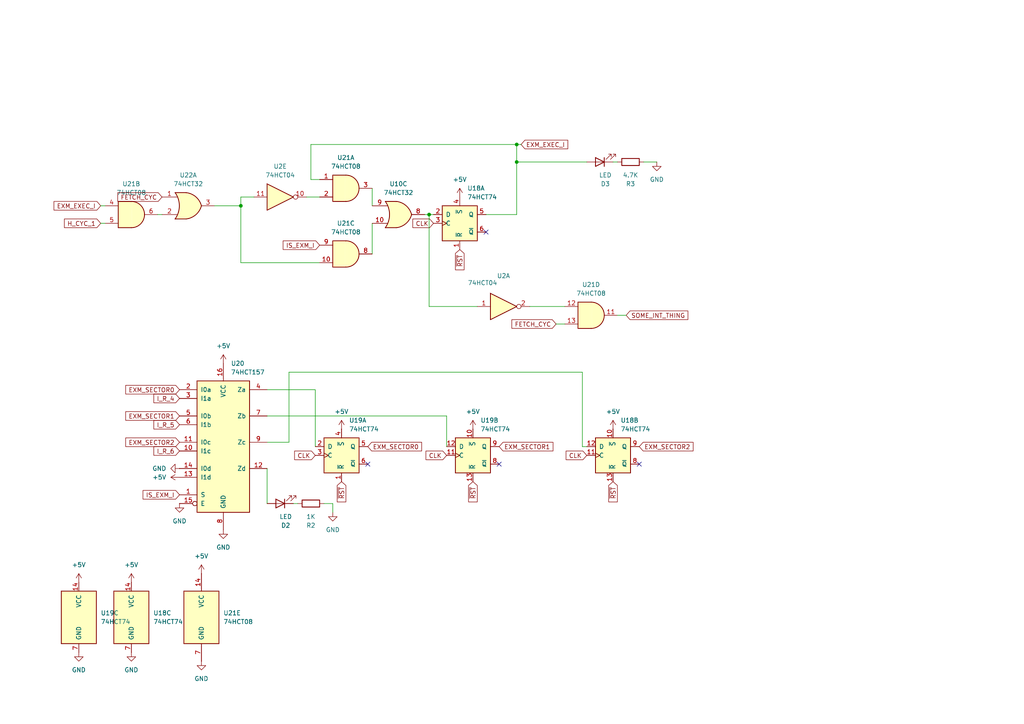
<source format=kicad_sch>
(kicad_sch (version 20250114) (generator "eeschema") (generator_version "9.0")
  (paper "A4")
  (lib_symbols
    (symbol "74xx:74HC04"
      (property "Reference" "U" (at 0 1.27 0))
      (property "Value" "74HC04" (at 0 -1.27 0))
      (symbol "74HC04_1_0"
        (polyline (pts (xy -3.81 3.81) (xy -3.81 -3.81) (xy 3.81 0) (xy -3.81 3.81)) (stroke (width 0.254)) (fill (type background)))
        (pin input line (at -7.62 0 0) (length 3.81) (name "~") (number "1"))
        (pin output inverted (at 7.62 0 180) (length 3.81) (name "~") (number "2"))
      )
      (symbol "74HC04_2_0"
        (polyline (pts (xy -3.81 3.81) (xy -3.81 -3.81) (xy 3.81 0) (xy -3.81 3.81)) (stroke (width 0.254)) (fill (type background)))
        (pin input line (at -7.62 0 0) (length 3.81) (name "~") (number "3"))
        (pin output inverted (at 7.62 0 180) (length 3.81) (name "~") (number "4"))
      )
      (symbol "74HC04_3_0"
        (polyline (pts (xy -3.81 3.81) (xy -3.81 -3.81) (xy 3.81 0) (xy -3.81 3.81)) (stroke (width 0.254)) (fill (type background)))
        (pin input line (at -7.62 0 0) (length 3.81) (name "~") (number "5"))
        (pin output inverted (at 7.62 0 180) (length 3.81) (name "~") (number "6"))
      )
      (symbol "74HC04_4_0"
        (polyline (pts (xy -3.81 3.81) (xy -3.81 -3.81) (xy 3.81 0) (xy -3.81 3.81)) (stroke (width 0.254)) (fill (type background)))
        (pin input line (at -7.62 0 0) (length 3.81) (name "~") (number "9"))
        (pin output inverted (at 7.62 0 180) (length 3.81) (name "~") (number "8"))
      )
      (symbol "74HC04_5_0"
        (polyline (pts (xy -3.81 3.81) (xy -3.81 -3.81) (xy 3.81 0) (xy -3.81 3.81)) (stroke (width 0.254)) (fill (type background)))
        (pin input line (at -7.62 0 0) (length 3.81) (name "~") (number "11"))
        (pin output inverted (at 7.62 0 180) (length 3.81) (name "~") (number "10"))
      )
      (symbol "74HC04_6_0"
        (polyline (pts (xy -3.81 3.81) (xy -3.81 -3.81) (xy 3.81 0) (xy -3.81 3.81)) (stroke (width 0.254)) (fill (type background)))
        (pin input line (at -7.62 0 0) (length 3.81) (name "~") (number "13"))
        (pin output inverted (at 7.62 0 180) (length 3.81) (name "~") (number "12"))
      )
      (symbol "74HC04_7_0"
        (pin power_in line (at 0 12.7 270) (length 5.08) (name "VCC") (number "14"))
        (pin power_in line (at 0 -12.7 90) (length 5.08) (name "GND") (number "7"))
      )
      (symbol "74HC04_7_1"
        (rectangle (start -5.08 7.62) (end 5.08 -7.62) (stroke (width 0.254)) (fill (type background)))
      )
    )
    (symbol "74xx:74HC74" (pin_names (offset 1.016))
      (property "Reference" "U" (at -7.62 8.89 0))
      (property "Value" "74HC74" (at -7.62 -8.89 0))
      (symbol "74HC74_1_0"
        (pin input line (at -7.62 2.54 0) (length 2.54) (name "D") (number "2"))
        (pin input clock (at -7.62 0 0) (length 2.54) (name "C") (number "3"))
        (pin input line (at 0 7.62 270) (length 2.54) (name "~{S}") (number "4"))
        (pin input line (at 0 -7.62 90) (length 2.54) (name "~{R}") (number "1"))
        (pin output line (at 7.62 2.54 180) (length 2.54) (name "Q") (number "5"))
        (pin output line (at 7.62 -2.54 180) (length 2.54) (name "~{Q}") (number "6"))
      )
      (symbol "74HC74_1_1"
        (rectangle (start -5.08 5.08) (end 5.08 -5.08) (stroke (width 0.254)) (fill (type background)))
      )
      (symbol "74HC74_2_0"
        (pin input line (at -7.62 2.54 0) (length 2.54) (name "D") (number "12"))
        (pin input clock (at -7.62 0 0) (length 2.54) (name "C") (number "11"))
        (pin input line (at 0 7.62 270) (length 2.54) (name "~{S}") (number "10"))
        (pin input line (at 0 -7.62 90) (length 2.54) (name "~{R}") (number "13"))
        (pin output line (at 7.62 2.54 180) (length 2.54) (name "Q") (number "9"))
        (pin output line (at 7.62 -2.54 180) (length 2.54) (name "~{Q}") (number "8"))
      )
      (symbol "74HC74_2_1"
        (rectangle (start -5.08 5.08) (end 5.08 -5.08) (stroke (width 0.254)) (fill (type background)))
      )
      (symbol "74HC74_3_0"
        (pin power_in line (at 0 10.16 270) (length 2.54) (name "VCC") (number "14"))
        (pin power_in line (at 0 -10.16 90) (length 2.54) (name "GND") (number "7"))
      )
      (symbol "74HC74_3_1"
        (rectangle (start -5.08 7.62) (end 5.08 -7.62) (stroke (width 0.254)) (fill (type background)))
      )
    )
    (symbol "74xx:74LS08" (pin_names (offset 1.016))
      (property "Reference" "U" (at 0 1.27 0))
      (property "Value" "74LS08" (at 0 -1.27 0))
      (symbol "74LS08_1_1"
        (arc (start 0 3.81) (mid 3.7934 0) (end 0 -3.81) (stroke (width 0.254)) (fill (type background)))
        (polyline (pts (xy 0 3.81) (xy -3.81 3.81) (xy -3.81 -3.81) (xy 0 -3.81)) (stroke (width 0.254)) (fill (type background)))
        (pin input line (at -7.62 2.54 0) (length 3.81) (name "~") (number "1"))
        (pin input line (at -7.62 -2.54 0) (length 3.81) (name "~") (number "2"))
        (pin output line (at 7.62 0 180) (length 3.81) (name "~") (number "3"))
      )
      (symbol "74LS08_1_2"
        (arc (start -3.81 3.81) (mid -2.589 0) (end -3.81 -3.81) (stroke (width 0.254)))
        (polyline (pts (xy -3.81 3.81) (xy -0.635 3.81)) (stroke (width 0.254)) (fill (type background)))
        (polyline (pts (xy -3.81 -3.81) (xy -0.635 -3.81)) (stroke (width 0.254)) (fill (type background)))
        (arc (start 3.81 0) (mid 2.1855 -2.584) (end -0.6096 -3.81) (stroke (width 0.254)) (fill (type background)))
        (arc (start -0.6096 3.81) (mid 2.1928 2.5924) (end 3.81 0) (stroke (width 0.254)) (fill (type background)))
        (polyline (pts (xy -0.635 3.81) (xy -3.81 3.81) (xy -3.81 3.81) (xy -3.556 3.4036) (xy -3.0226 2.2606) (xy -2.6924 1.0414) (xy -2.6162 -0.254) (xy -2.7686 -1.4986) (xy -3.175 -2.7178) (xy -3.81 -3.81) (xy -3.81 -3.81) (xy -0.635 -3.81)) (stroke (width -25.4)) (fill (type background)))
        (pin input inverted (at -7.62 2.54 0) (length 4.318) (name "~") (number "1"))
        (pin input inverted (at -7.62 -2.54 0) (length 4.318) (name "~") (number "2"))
        (pin output inverted (at 7.62 0 180) (length 3.81) (name "~") (number "3"))
      )
      (symbol "74LS08_2_1"
        (arc (start 0 3.81) (mid 3.7934 0) (end 0 -3.81) (stroke (width 0.254)) (fill (type background)))
        (polyline (pts (xy 0 3.81) (xy -3.81 3.81) (xy -3.81 -3.81) (xy 0 -3.81)) (stroke (width 0.254)) (fill (type background)))
        (pin input line (at -7.62 2.54 0) (length 3.81) (name "~") (number "4"))
        (pin input line (at -7.62 -2.54 0) (length 3.81) (name "~") (number "5"))
        (pin output line (at 7.62 0 180) (length 3.81) (name "~") (number "6"))
      )
      (symbol "74LS08_2_2"
        (arc (start -3.81 3.81) (mid -2.589 0) (end -3.81 -3.81) (stroke (width 0.254)))
        (polyline (pts (xy -3.81 3.81) (xy -0.635 3.81)) (stroke (width 0.254)) (fill (type background)))
        (polyline (pts (xy -3.81 -3.81) (xy -0.635 -3.81)) (stroke (width 0.254)) (fill (type background)))
        (arc (start 3.81 0) (mid 2.1855 -2.584) (end -0.6096 -3.81) (stroke (width 0.254)) (fill (type background)))
        (arc (start -0.6096 3.81) (mid 2.1928 2.5924) (end 3.81 0) (stroke (width 0.254)) (fill (type background)))
        (polyline (pts (xy -0.635 3.81) (xy -3.81 3.81) (xy -3.81 3.81) (xy -3.556 3.4036) (xy -3.0226 2.2606) (xy -2.6924 1.0414) (xy -2.6162 -0.254) (xy -2.7686 -1.4986) (xy -3.175 -2.7178) (xy -3.81 -3.81) (xy -3.81 -3.81) (xy -0.635 -3.81)) (stroke (width -25.4)) (fill (type background)))
        (pin input inverted (at -7.62 2.54 0) (length 4.318) (name "~") (number "4"))
        (pin input inverted (at -7.62 -2.54 0) (length 4.318) (name "~") (number "5"))
        (pin output inverted (at 7.62 0 180) (length 3.81) (name "~") (number "6"))
      )
      (symbol "74LS08_3_1"
        (arc (start 0 3.81) (mid 3.7934 0) (end 0 -3.81) (stroke (width 0.254)) (fill (type background)))
        (polyline (pts (xy 0 3.81) (xy -3.81 3.81) (xy -3.81 -3.81) (xy 0 -3.81)) (stroke (width 0.254)) (fill (type background)))
        (pin input line (at -7.62 2.54 0) (length 3.81) (name "~") (number "9"))
        (pin input line (at -7.62 -2.54 0) (length 3.81) (name "~") (number "10"))
        (pin output line (at 7.62 0 180) (length 3.81) (name "~") (number "8"))
      )
      (symbol "74LS08_3_2"
        (arc (start -3.81 3.81) (mid -2.589 0) (end -3.81 -3.81) (stroke (width 0.254)))
        (polyline (pts (xy -3.81 3.81) (xy -0.635 3.81)) (stroke (width 0.254)) (fill (type background)))
        (polyline (pts (xy -3.81 -3.81) (xy -0.635 -3.81)) (stroke (width 0.254)) (fill (type background)))
        (arc (start 3.81 0) (mid 2.1855 -2.584) (end -0.6096 -3.81) (stroke (width 0.254)) (fill (type background)))
        (arc (start -0.6096 3.81) (mid 2.1928 2.5924) (end 3.81 0) (stroke (width 0.254)) (fill (type background)))
        (polyline (pts (xy -0.635 3.81) (xy -3.81 3.81) (xy -3.81 3.81) (xy -3.556 3.4036) (xy -3.0226 2.2606) (xy -2.6924 1.0414) (xy -2.6162 -0.254) (xy -2.7686 -1.4986) (xy -3.175 -2.7178) (xy -3.81 -3.81) (xy -3.81 -3.81) (xy -0.635 -3.81)) (stroke (width -25.4)) (fill (type background)))
        (pin input inverted (at -7.62 2.54 0) (length 4.318) (name "~") (number "9"))
        (pin input inverted (at -7.62 -2.54 0) (length 4.318) (name "~") (number "10"))
        (pin output inverted (at 7.62 0 180) (length 3.81) (name "~") (number "8"))
      )
      (symbol "74LS08_4_1"
        (arc (start 0 3.81) (mid 3.7934 0) (end 0 -3.81) (stroke (width 0.254)) (fill (type background)))
        (polyline (pts (xy 0 3.81) (xy -3.81 3.81) (xy -3.81 -3.81) (xy 0 -3.81)) (stroke (width 0.254)) (fill (type background)))
        (pin input line (at -7.62 2.54 0) (length 3.81) (name "~") (number "12"))
        (pin input line (at -7.62 -2.54 0) (length 3.81) (name "~") (number "13"))
        (pin output line (at 7.62 0 180) (length 3.81) (name "~") (number "11"))
      )
      (symbol "74LS08_4_2"
        (arc (start -3.81 3.81) (mid -2.589 0) (end -3.81 -3.81) (stroke (width 0.254)))
        (polyline (pts (xy -3.81 3.81) (xy -0.635 3.81)) (stroke (width 0.254)) (fill (type background)))
        (polyline (pts (xy -3.81 -3.81) (xy -0.635 -3.81)) (stroke (width 0.254)) (fill (type background)))
        (arc (start 3.81 0) (mid 2.1855 -2.584) (end -0.6096 -3.81) (stroke (width 0.254)) (fill (type background)))
        (arc (start -0.6096 3.81) (mid 2.1928 2.5924) (end 3.81 0) (stroke (width 0.254)) (fill (type background)))
        (polyline (pts (xy -0.635 3.81) (xy -3.81 3.81) (xy -3.81 3.81) (xy -3.556 3.4036) (xy -3.0226 2.2606) (xy -2.6924 1.0414) (xy -2.6162 -0.254) (xy -2.7686 -1.4986) (xy -3.175 -2.7178) (xy -3.81 -3.81) (xy -3.81 -3.81) (xy -0.635 -3.81)) (stroke (width -25.4)) (fill (type background)))
        (pin input inverted (at -7.62 2.54 0) (length 4.318) (name "~") (number "12"))
        (pin input inverted (at -7.62 -2.54 0) (length 4.318) (name "~") (number "13"))
        (pin output inverted (at 7.62 0 180) (length 3.81) (name "~") (number "11"))
      )
      (symbol "74LS08_5_0"
        (pin power_in line (at 0 12.7 270) (length 5.08) (name "VCC") (number "14"))
        (pin power_in line (at 0 -12.7 90) (length 5.08) (name "GND") (number "7"))
      )
      (symbol "74LS08_5_1"
        (rectangle (start -5.08 7.62) (end 5.08 -7.62) (stroke (width 0.254)) (fill (type background)))
      )
    )
    (symbol "74xx:74LS157" (pin_names (offset 1.016))
      (property "Reference" "U" (at -7.62 19.05 0))
      (property "Value" "74LS157" (at -7.62 -21.59 0))
      (symbol "74LS157_1_0"
        (pin input line (at -12.7 15.24 0) (length 5.08) (name "I0a") (number "2"))
        (pin input line (at -12.7 12.7 0) (length 5.08) (name "I1a") (number "3"))
        (pin input line (at -12.7 7.62 0) (length 5.08) (name "I0b") (number "5"))
        (pin input line (at -12.7 5.08 0) (length 5.08) (name "I1b") (number "6"))
        (pin input line (at -12.7 0 0) (length 5.08) (name "I0c") (number "11"))
        (pin input line (at -12.7 -2.54 0) (length 5.08) (name "I1c") (number "10"))
        (pin input line (at -12.7 -7.62 0) (length 5.08) (name "I0d") (number "14"))
        (pin input line (at -12.7 -10.16 0) (length 5.08) (name "I1d") (number "13"))
        (pin input line (at -12.7 -15.24 0) (length 5.08) (name "S") (number "1"))
        (pin input inverted (at -12.7 -17.78 0) (length 5.08) (name "E") (number "15"))
        (pin power_in line (at 0 22.86 270) (length 5.08) (name "VCC") (number "16"))
        (pin power_in line (at 0 -25.4 90) (length 5.08) (name "GND") (number "8"))
        (pin output line (at 12.7 15.24 180) (length 5.08) (name "Za") (number "4"))
        (pin output line (at 12.7 7.62 180) (length 5.08) (name "Zb") (number "7"))
        (pin output line (at 12.7 0 180) (length 5.08) (name "Zc") (number "9"))
        (pin output line (at 12.7 -7.62 180) (length 5.08) (name "Zd") (number "12"))
      )
      (symbol "74LS157_1_1"
        (rectangle (start -7.62 17.78) (end 7.62 -20.32) (stroke (width 0.254)) (fill (type background)))
      )
    )
    (symbol "74xx:74LS32" (pin_names (offset 1.016))
      (property "Reference" "U" (at 0 1.27 0))
      (property "Value" "74LS32" (at 0 -1.27 0))
      (symbol "74LS32_1_1"
        (arc (start -3.81 3.81) (mid -2.589 0) (end -3.81 -3.81) (stroke (width 0.254)))
        (polyline (pts (xy -3.81 3.81) (xy -0.635 3.81)) (stroke (width 0.254)) (fill (type background)))
        (polyline (pts (xy -3.81 -3.81) (xy -0.635 -3.81)) (stroke (width 0.254)) (fill (type background)))
        (arc (start 3.81 0) (mid 2.1855 -2.584) (end -0.6096 -3.81) (stroke (width 0.254)) (fill (type background)))
        (arc (start -0.6096 3.81) (mid 2.1928 2.5924) (end 3.81 0) (stroke (width 0.254)) (fill (type background)))
        (polyline (pts (xy -0.635 3.81) (xy -3.81 3.81) (xy -3.81 3.81) (xy -3.556 3.4036) (xy -3.0226 2.2606) (xy -2.6924 1.0414) (xy -2.6162 -0.254) (xy -2.7686 -1.4986) (xy -3.175 -2.7178) (xy -3.81 -3.81) (xy -3.81 -3.81) (xy -0.635 -3.81)) (stroke (width -25.4)) (fill (type background)))
        (pin input line (at -7.62 2.54 0) (length 4.318) (name "~") (number "1"))
        (pin input line (at -7.62 -2.54 0) (length 4.318) (name "~") (number "2"))
        (pin output line (at 7.62 0 180) (length 3.81) (name "~") (number "3"))
      )
      (symbol "74LS32_1_2"
        (arc (start 0 3.81) (mid 3.7934 0) (end 0 -3.81) (stroke (width 0.254)) (fill (type background)))
        (polyline (pts (xy 0 3.81) (xy -3.81 3.81) (xy -3.81 -3.81) (xy 0 -3.81)) (stroke (width 0.254)) (fill (type background)))
        (pin input inverted (at -7.62 2.54 0) (length 3.81) (name "~") (number "1"))
        (pin input inverted (at -7.62 -2.54 0) (length 3.81) (name "~") (number "2"))
        (pin output inverted (at 7.62 0 180) (length 3.81) (name "~") (number "3"))
      )
      (symbol "74LS32_2_1"
        (arc (start -3.81 3.81) (mid -2.589 0) (end -3.81 -3.81) (stroke (width 0.254)))
        (polyline (pts (xy -3.81 3.81) (xy -0.635 3.81)) (stroke (width 0.254)) (fill (type background)))
        (polyline (pts (xy -3.81 -3.81) (xy -0.635 -3.81)) (stroke (width 0.254)) (fill (type background)))
        (arc (start 3.81 0) (mid 2.1855 -2.584) (end -0.6096 -3.81) (stroke (width 0.254)) (fill (type background)))
        (arc (start -0.6096 3.81) (mid 2.1928 2.5924) (end 3.81 0) (stroke (width 0.254)) (fill (type background)))
        (polyline (pts (xy -0.635 3.81) (xy -3.81 3.81) (xy -3.81 3.81) (xy -3.556 3.4036) (xy -3.0226 2.2606) (xy -2.6924 1.0414) (xy -2.6162 -0.254) (xy -2.7686 -1.4986) (xy -3.175 -2.7178) (xy -3.81 -3.81) (xy -3.81 -3.81) (xy -0.635 -3.81)) (stroke (width -25.4)) (fill (type background)))
        (pin input line (at -7.62 2.54 0) (length 4.318) (name "~") (number "4"))
        (pin input line (at -7.62 -2.54 0) (length 4.318) (name "~") (number "5"))
        (pin output line (at 7.62 0 180) (length 3.81) (name "~") (number "6"))
      )
      (symbol "74LS32_2_2"
        (arc (start 0 3.81) (mid 3.7934 0) (end 0 -3.81) (stroke (width 0.254)) (fill (type background)))
        (polyline (pts (xy 0 3.81) (xy -3.81 3.81) (xy -3.81 -3.81) (xy 0 -3.81)) (stroke (width 0.254)) (fill (type background)))
        (pin input inverted (at -7.62 2.54 0) (length 3.81) (name "~") (number "4"))
        (pin input inverted (at -7.62 -2.54 0) (length 3.81) (name "~") (number "5"))
        (pin output inverted (at 7.62 0 180) (length 3.81) (name "~") (number "6"))
      )
      (symbol "74LS32_3_1"
        (arc (start -3.81 3.81) (mid -2.589 0) (end -3.81 -3.81) (stroke (width 0.254)))
        (polyline (pts (xy -3.81 3.81) (xy -0.635 3.81)) (stroke (width 0.254)) (fill (type background)))
        (polyline (pts (xy -3.81 -3.81) (xy -0.635 -3.81)) (stroke (width 0.254)) (fill (type background)))
        (arc (start 3.81 0) (mid 2.1855 -2.584) (end -0.6096 -3.81) (stroke (width 0.254)) (fill (type background)))
        (arc (start -0.6096 3.81) (mid 2.1928 2.5924) (end 3.81 0) (stroke (width 0.254)) (fill (type background)))
        (polyline (pts (xy -0.635 3.81) (xy -3.81 3.81) (xy -3.81 3.81) (xy -3.556 3.4036) (xy -3.0226 2.2606) (xy -2.6924 1.0414) (xy -2.6162 -0.254) (xy -2.7686 -1.4986) (xy -3.175 -2.7178) (xy -3.81 -3.81) (xy -3.81 -3.81) (xy -0.635 -3.81)) (stroke (width -25.4)) (fill (type background)))
        (pin input line (at -7.62 2.54 0) (length 4.318) (name "~") (number "9"))
        (pin input line (at -7.62 -2.54 0) (length 4.318) (name "~") (number "10"))
        (pin output line (at 7.62 0 180) (length 3.81) (name "~") (number "8"))
      )
      (symbol "74LS32_3_2"
        (arc (start 0 3.81) (mid 3.7934 0) (end 0 -3.81) (stroke (width 0.254)) (fill (type background)))
        (polyline (pts (xy 0 3.81) (xy -3.81 3.81) (xy -3.81 -3.81) (xy 0 -3.81)) (stroke (width 0.254)) (fill (type background)))
        (pin input inverted (at -7.62 2.54 0) (length 3.81) (name "~") (number "9"))
        (pin input inverted (at -7.62 -2.54 0) (length 3.81) (name "~") (number "10"))
        (pin output inverted (at 7.62 0 180) (length 3.81) (name "~") (number "8"))
      )
      (symbol "74LS32_4_1"
        (arc (start -3.81 3.81) (mid -2.589 0) (end -3.81 -3.81) (stroke (width 0.254)))
        (polyline (pts (xy -3.81 3.81) (xy -0.635 3.81)) (stroke (width 0.254)) (fill (type background)))
        (polyline (pts (xy -3.81 -3.81) (xy -0.635 -3.81)) (stroke (width 0.254)) (fill (type background)))
        (arc (start 3.81 0) (mid 2.1855 -2.584) (end -0.6096 -3.81) (stroke (width 0.254)) (fill (type background)))
        (arc (start -0.6096 3.81) (mid 2.1928 2.5924) (end 3.81 0) (stroke (width 0.254)) (fill (type background)))
        (polyline (pts (xy -0.635 3.81) (xy -3.81 3.81) (xy -3.81 3.81) (xy -3.556 3.4036) (xy -3.0226 2.2606) (xy -2.6924 1.0414) (xy -2.6162 -0.254) (xy -2.7686 -1.4986) (xy -3.175 -2.7178) (xy -3.81 -3.81) (xy -3.81 -3.81) (xy -0.635 -3.81)) (stroke (width -25.4)) (fill (type background)))
        (pin input line (at -7.62 2.54 0) (length 4.318) (name "~") (number "12"))
        (pin input line (at -7.62 -2.54 0) (length 4.318) (name "~") (number "13"))
        (pin output line (at 7.62 0 180) (length 3.81) (name "~") (number "11"))
      )
      (symbol "74LS32_4_2"
        (arc (start 0 3.81) (mid 3.7934 0) (end 0 -3.81) (stroke (width 0.254)) (fill (type background)))
        (polyline (pts (xy 0 3.81) (xy -3.81 3.81) (xy -3.81 -3.81) (xy 0 -3.81)) (stroke (width 0.254)) (fill (type background)))
        (pin input inverted (at -7.62 2.54 0) (length 3.81) (name "~") (number "12"))
        (pin input inverted (at -7.62 -2.54 0) (length 3.81) (name "~") (number "13"))
        (pin output inverted (at 7.62 0 180) (length 3.81) (name "~") (number "11"))
      )
      (symbol "74LS32_5_0"
        (pin power_in line (at 0 12.7 270) (length 5.08) (name "VCC") (number "14"))
        (pin power_in line (at 0 -12.7 90) (length 5.08) (name "GND") (number "7"))
      )
      (symbol "74LS32_5_1"
        (rectangle (start -5.08 7.62) (end 5.08 -7.62) (stroke (width 0.254)) (fill (type background)))
      )
    )
    (symbol "Device:LED" (pin_numbers (hide yes)) (pin_names (offset 1.016) (hide yes))
      (property "Reference" "D" (at 0 2.54 0))
      (property "Value" "LED" (at 0 -2.54 0))
      (symbol "LED_0_1"
        (polyline (pts (xy -3.048 -0.762) (xy -4.572 -2.286) (xy -3.81 -2.286) (xy -4.572 -2.286) (xy -4.572 -1.524)))
        (polyline (pts (xy -1.778 -0.762) (xy -3.302 -2.286) (xy -2.54 -2.286) (xy -3.302 -2.286) (xy -3.302 -1.524)))
        (polyline (pts (xy -1.27 0) (xy 1.27 0)))
        (polyline (pts (xy -1.27 -1.27) (xy -1.27 1.27)) (stroke (width 0.254)))
        (polyline (pts (xy 1.27 -1.27) (xy 1.27 1.27) (xy -1.27 0) (xy 1.27 -1.27)) (stroke (width 0.254)))
      )
      (symbol "LED_1_1"
        (pin passive line (at -3.81 0 0) (length 2.54) (name "K") (number "1"))
        (pin passive line (at 3.81 0 180) (length 2.54) (name "A") (number "2"))
      )
    )
    (symbol "Device:R" (pin_numbers (hide yes)) (pin_names (offset 0))
      (property "Reference" "R" (at 2.032 0 90))
      (property "Value" "R" (at 0 0 90))
      (symbol "R_0_1"
        (rectangle (start -1.016 -2.54) (end 1.016 2.54) (stroke (width 0.254)))
      )
      (symbol "R_1_1"
        (pin passive line (at 0 3.81 270) (length 1.27) (name "~") (number "1"))
        (pin passive line (at 0 -3.81 90) (length 1.27) (name "~") (number "2"))
      )
    )
    (symbol "power:+5V" (power) (pin_numbers (hide yes)) (pin_names (offset 0) (hide yes))
      (property "Value" "+5V" (at 0 3.556 0))
      (symbol "+5V_0_1"
        (polyline (pts (xy -0.762 1.27) (xy 0 2.54)))
        (polyline (pts (xy 0 2.54) (xy 0.762 1.27)))
        (polyline (pts (xy 0 0) (xy 0 2.54)))
      )
      (symbol "+5V_1_1"
        (pin power_in line (at 0 0 90) (length 0) (name "~") (number "1"))
      )
    )
    (symbol "power:GND" (power) (pin_numbers (hide yes)) (pin_names (offset 0) (hide yes))
      (property "Value" "GND" (at 0 -3.81 0))
      (symbol "GND_0_1"
        (polyline (pts (xy 0 0) (xy 0 -1.27) (xy 1.27 -1.27) (xy 0 -2.54) (xy -1.27 -1.27) (xy 0 -1.27)))
      )
      (symbol "GND_1_1"
        (pin power_in line (at 0 0 270) (length 0) (name "~") (number "1"))
      )
    )
  )
  (junction (at 149.86 41.91))
  (junction (at 149.86 46.99))
  (junction (at 124.46 62.23))
  (junction (at 69.85 59.69))
  (no_connect (at 185.42 134.62))
  (no_connect (at 106.68 134.62))
  (no_connect (at 144.78 134.62))
  (no_connect (at 140.97 67.31))
  (wire (pts (xy 88.9 57.15) (xy 92.71 57.15)))
  (wire (pts (xy 83.82 107.95) (xy 168.91 107.95)))
  (wire (pts (xy 90.17 52.07) (xy 92.71 52.07)))
  (wire (pts (xy 107.95 64.77) (xy 107.95 73.66)))
  (wire (pts (xy 29.21 59.69) (xy 30.48 59.69)))
  (wire (pts (xy 69.85 57.15) (xy 69.85 59.69)))
  (wire (pts (xy 83.82 128.27) (xy 83.82 107.95)))
  (wire (pts (xy 73.66 57.15) (xy 69.85 57.15)))
  (wire (pts (xy 129.54 120.65) (xy 129.54 129.54)))
  (wire (pts (xy 149.86 41.91) (xy 90.17 41.91)))
  (wire (pts (xy 91.44 113.03) (xy 91.44 129.54)))
  (wire (pts (xy 149.86 46.99) (xy 149.86 41.91)))
  (wire (pts (xy 161.29 93.98) (xy 163.83 93.98)))
  (wire (pts (xy 77.47 135.89) (xy 77.47 146.05)))
  (wire (pts (xy 124.46 62.23) (xy 125.73 62.23)))
  (wire (pts (xy 77.47 113.03) (xy 91.44 113.03)))
  (wire (pts (xy 138.43 88.9) (xy 124.46 88.9)))
  (wire (pts (xy 62.23 59.69) (xy 69.85 59.69)))
  (wire (pts (xy 153.67 88.9) (xy 163.83 88.9)))
  (wire (pts (xy 123.19 62.23) (xy 124.46 62.23)))
  (wire (pts (xy 149.86 62.23) (xy 149.86 46.99)))
  (wire (pts (xy 186.69 46.99) (xy 190.5 46.99)))
  (wire (pts (xy 90.17 41.91) (xy 90.17 52.07)))
  (wire (pts (xy 86.36 146.05) (xy 85.09 146.05)))
  (wire (pts (xy 77.47 120.65) (xy 129.54 120.65)))
  (wire (pts (xy 29.21 64.77) (xy 30.48 64.77)))
  (wire (pts (xy 179.07 46.99) (xy 177.8 46.99)))
  (wire (pts (xy 45.72 62.23) (xy 46.99 62.23)))
  (wire (pts (xy 69.85 76.2) (xy 92.71 76.2)))
  (wire (pts (xy 77.47 128.27) (xy 83.82 128.27)))
  (wire (pts (xy 149.86 41.91) (xy 151.13 41.91)))
  (wire (pts (xy 96.52 146.05) (xy 96.52 148.59)))
  (wire (pts (xy 149.86 46.99) (xy 170.18 46.99)))
  (wire (pts (xy 93.98 146.05) (xy 96.52 146.05)))
  (wire (pts (xy 107.95 54.61) (xy 107.95 59.69)))
  (wire (pts (xy 179.07 91.44) (xy 181.61 91.44)))
  (wire (pts (xy 69.85 59.69) (xy 69.85 76.2)))
  (wire (pts (xy 168.91 129.54) (xy 170.18 129.54)))
  (wire (pts (xy 124.46 88.9) (xy 124.46 62.23)))
  (wire (pts (xy 140.97 62.23) (xy 149.86 62.23)))
  (wire (pts (xy 168.91 107.95) (xy 168.91 129.54)))
  (global_label "~{RST}" (shape input) (at 177.8 139.7 270) (property "Intersheetrefs" "${INTERSHEET_REFS}" (effects (hide yes))))
  (global_label "I_R_4" (shape input) (at 52.07 115.57 180) (property "Intersheetrefs" "${INTERSHEET_REFS}" (effects (hide yes))))
  (global_label "EXM_SECTOR1" (shape input) (at 144.78 129.54 0) (property "Intersheetrefs" "${INTERSHEET_REFS}" (effects (hide yes))))
  (global_label "EXM_SECTOR0" (shape input) (at 52.07 113.03 180) (property "Intersheetrefs" "${INTERSHEET_REFS}" (effects (hide yes))))
  (global_label "IS_EXM_I" (shape input) (at 52.07 143.51 180) (property "Intersheetrefs" "${INTERSHEET_REFS}" (effects (hide yes))))
  (global_label "~{RST}" (shape input) (at 133.35 72.39 270) (property "Intersheetrefs" "${INTERSHEET_REFS}" (effects (hide yes))))
  (global_label "CLK" (shape input) (at 125.73 64.77 180) (property "Intersheetrefs" "${INTERSHEET_REFS}" (effects (hide yes))))
  (global_label "~{RST}" (shape input) (at 99.06 139.7 270) (property "Intersheetrefs" "${INTERSHEET_REFS}" (effects (hide yes))))
  (global_label "EXM_EXEC_I" (shape input) (at 151.13 41.91 0) (property "Intersheetrefs" "${INTERSHEET_REFS}" (effects (hide yes))))
  (global_label "IS_EXM_I" (shape input) (at 92.71 71.12 180) (property "Intersheetrefs" "${INTERSHEET_REFS}" (effects (hide yes))))
  (global_label "EXM_SECTOR1" (shape input) (at 52.07 120.65 180) (property "Intersheetrefs" "${INTERSHEET_REFS}" (effects (hide yes))))
  (global_label "EXM_SECTOR2" (shape input) (at 52.07 128.27 180) (property "Intersheetrefs" "${INTERSHEET_REFS}" (effects (hide yes))))
  (global_label "CLK" (shape input) (at 129.54 132.08 180) (property "Intersheetrefs" "${INTERSHEET_REFS}" (effects (hide yes))))
  (global_label "CLK" (shape input) (at 91.44 132.08 180) (property "Intersheetrefs" "${INTERSHEET_REFS}" (effects (hide yes))))
  (global_label "EXM_EXEC_I" (shape input) (at 29.21 59.69 180) (property "Intersheetrefs" "${INTERSHEET_REFS}" (effects (hide yes))))
  (global_label "SOME_INT_THING" (shape input) (at 181.61 91.44 0) (property "Intersheetrefs" "${INTERSHEET_REFS}" (effects (hide yes))))
  (global_label "H_CYC_1" (shape input) (at 29.21 64.77 180) (property "Intersheetrefs" "${INTERSHEET_REFS}" (effects (hide yes))))
  (global_label "FETCH_CYC" (shape input) (at 46.99 57.15 180) (property "Intersheetrefs" "${INTERSHEET_REFS}" (effects (hide yes))))
  (global_label "~{RST}" (shape input) (at 137.16 139.7 270) (property "Intersheetrefs" "${INTERSHEET_REFS}" (effects (hide yes))))
  (global_label "EXM_SECTOR2" (shape input) (at 185.42 129.54 0) (property "Intersheetrefs" "${INTERSHEET_REFS}" (effects (hide yes))))
  (global_label "FETCH_CYC" (shape input) (at 161.29 93.98 180) (property "Intersheetrefs" "${INTERSHEET_REFS}" (effects (hide yes))))
  (global_label "I_R_6" (shape input) (at 52.07 130.81 180) (property "Intersheetrefs" "${INTERSHEET_REFS}" (effects (hide yes))))
  (global_label "I_R_5" (shape input) (at 52.07 123.19 180) (property "Intersheetrefs" "${INTERSHEET_REFS}" (effects (hide yes))))
  (global_label "EXM_SECTOR0" (shape input) (at 106.68 129.54 0) (property "Intersheetrefs" "${INTERSHEET_REFS}" (effects (hide yes))))
  (global_label "CLK" (shape input) (at 170.18 132.08 180) (property "Intersheetrefs" "${INTERSHEET_REFS}" (effects (hide yes))))
  (symbol (lib_id "74xx:74HC74") (at 177.8 132.08 0) (unit 2)
    (property "Reference" "U18" (at 179.9941 121.92 0) (effects (justify left)))
    (property "Value" "74HCT74" (at 179.9941 124.46 0) (effects (justify left)))
    (property "Footprint" "Package_SO:SO-14_3.9x8.65mm_P1.27mm" (effects (hide yes)))
    (property "Datasheet" "74xx/74hc_hct74.pdf" (effects (hide yes)))
    (property "Description" "Dual D Flip-flop, Set & Reset" (effects (hide yes)))
    (property "VerilogCode" "ttl_74hc74 U18(D_2, C_3, nS_4, nR_1, Q_5, nQ_6, D_12, C_11, nS_10, nR_13, Q_9, nQ_8);" (effects (hide yes)))
  )
  (symbol (lib_id "74xx:74HC74") (at 22.86 179.07 0) (unit 3)
    (property "Reference" "U19" (at 29.21 177.7999 0) (effects (justify left)))
    (property "Value" "74HCT74" (at 29.21 180.3399 0) (effects (justify left)))
    (property "Footprint" "Package_SO:SO-14_3.9x8.65mm_P1.27mm" (effects (hide yes)))
    (property "Datasheet" "74xx/74hc_hct74.pdf" (effects (hide yes)))
    (property "Description" "Dual D Flip-flop, Set & Reset" (effects (hide yes)))
    (property "VerilogCode" "ttl_74hc74 U19(D_2, C_3, nS_4, nR_1, Q_5, nQ_6, D_12, C_11, nS_10, nR_13, Q_9, nQ_8);" (effects (hide yes)))
  )
  (symbol (lib_id "power:+5V") (at 64.77 105.41 0) (unit 1)
    (property "Reference" "#PWR070" (effects (hide yes)))
    (property "Value" "+5V" (at 64.77 100.33 0))
    (property "Description" "Power symbol creates a global label with name \"+5V\"" (effects (hide yes)))
  )
  (symbol (lib_id "74xx:74LS157") (at 64.77 128.27 0) (unit 1)
    (property "Reference" "U20" (at 66.9641 105.41 0) (effects (justify left)))
    (property "Value" "74HCT157" (at 66.9641 107.95 0) (effects (justify left)))
    (property "Footprint" "Package_SO:SO-16_3.9x9.9mm_P1.27mm" (effects (hide yes)))
    (property "Datasheet" "http://www.ti.com/lit/gpn/sn74LS157" (effects (hide yes)))
    (property "Description" "Quad 2 to 1 line Multiplexer" (effects (hide yes)))
    (property "VerilogCode" "ttl_74hct157 U20({I1d, I0d}, {I1c, I0c}, {I1b, I0b}, {I1a, I0a}, S, E, {Zd, Zc, Zb, Za});" (effects (hide yes)))
  )
  (symbol (lib_id "74xx:74HC74") (at 133.35 64.77 0) (unit 1)
    (property "Reference" "U18" (at 135.5441 54.61 0) (effects (justify left)))
    (property "Value" "74HCT74" (at 135.5441 57.15 0) (effects (justify left)))
    (property "Footprint" "Package_SO:SO-14_3.9x8.65mm_P1.27mm" (effects (hide yes)))
    (property "Datasheet" "74xx/74hc_hct74.pdf" (effects (hide yes)))
    (property "Description" "Dual D Flip-flop, Set & Reset" (effects (hide yes)))
    (property "VerilogCode" "ttl_74hc74 U18(D_2, C_3, nS_4, nR_1, Q_5, nQ_6, D_12, C_11, nS_10, nR_13, Q_9, nQ_8);" (effects (hide yes)))
  )
  (symbol (lib_id "power:GND") (at 190.5 46.99 0) (unit 1)
    (property "Reference" "#PWR079" (effects (hide yes)))
    (property "Value" "GND" (at 190.5 52.07 0))
    (property "Description" "Power symbol creates a global label with name \"GND\" , ground" (effects (hide yes)))
  )
  (symbol (lib_id "power:GND") (at 52.07 135.89 270) (unit 1)
    (property "Reference" "#PWR073" (effects (hide yes)))
    (property "Value" "GND" (at 48.26 135.8899 90) (effects (justify right)))
    (property "Description" "Power symbol creates a global label with name \"GND\" , ground" (effects (hide yes)))
  )
  (symbol (lib_id "power:+5V") (at 137.16 124.46 0) (unit 1)
    (property "Reference" "#PWR066" (effects (hide yes)))
    (property "Value" "+5V" (at 137.16 119.38 0))
    (property "Description" "Power symbol creates a global label with name \"+5V\"" (effects (hide yes)))
  )
  (symbol (lib_id "Device:R") (at 90.17 146.05 270) (unit 1)
    (property "Reference" "R2" (at 90.17 152.4 90))
    (property "Value" "1K" (at 90.17 149.86 90))
    (property "Footprint" "Resistor_SMD:R_1206_3216Metric_Pad1.30x1.75mm_HandSolder" (effects (hide yes)))
    (property "VerilogCode" "assign _1 = _2;" (effects (hide yes)))
  )
  (symbol (lib_id "power:+5V") (at 58.42 166.37 0) (unit 1)
    (property "Reference" "#PWR075" (effects (hide yes)))
    (property "Value" "+5V" (at 58.42 161.29 0))
    (property "Description" "Power symbol creates a global label with name \"+5V\"" (effects (hide yes)))
  )
  (symbol (lib_id "Device:LED") (at 81.28 146.05 180) (unit 1)
    (property "Reference" "D2" (at 82.8675 152.4 0))
    (property "Value" "LED" (at 82.8675 149.86 0))
    (property "Footprint" "LED_SMD:LED_1206_3216Metric_Pad1.42x1.75mm_HandSolder" (effects (hide yes)))
  )
  (symbol (lib_id "74xx:74HC74") (at 99.06 132.08 0) (unit 1)
    (property "Reference" "U19" (at 101.2541 121.92 0) (effects (justify left)))
    (property "Value" "74HCT74" (at 101.2541 124.46 0) (effects (justify left)))
    (property "Footprint" "Package_SO:SO-14_3.9x8.65mm_P1.27mm" (effects (hide yes)))
    (property "Datasheet" "74xx/74hc_hct74.pdf" (effects (hide yes)))
    (property "Description" "Dual D Flip-flop, Set & Reset" (effects (hide yes)))
    (property "VerilogCode" "ttl_74hc74 U19(D_2, C_3, nS_4, nR_1, Q_5, nQ_6, D_12, C_11, nS_10, nR_13, Q_9, nQ_8);" (effects (hide yes)))
  )
  (symbol (lib_id "power:+5V") (at 177.8 124.46 0) (unit 1)
    (property "Reference" "#PWR067" (effects (hide yes)))
    (property "Value" "+5V" (at 177.8 119.38 0))
    (property "Description" "Power symbol creates a global label with name \"+5V\"" (effects (hide yes)))
  )
  (symbol (lib_id "power:GND") (at 64.77 153.67 0) (unit 1)
    (property "Reference" "#PWR069" (effects (hide yes)))
    (property "Value" "GND" (at 64.77 158.75 0))
    (property "Description" "Power symbol creates a global label with name \"GND\" , ground" (effects (hide yes)))
  )
  (symbol (lib_id "74xx:74LS08") (at 171.45 91.44 0) (unit 4)
    (property "Reference" "U21" (at 171.4417 82.55 0))
    (property "Value" "74HCT08" (at 171.4417 85.09 0))
    (property "Footprint" "Package_SO:SO-14_3.9x8.65mm_P1.27mm" (effects (hide yes)))
    (property "Datasheet" "http://www.ti.com/lit/gpn/sn74LS08" (effects (hide yes)))
    (property "Description" "Quad And2" (effects (hide yes)))
    (property "VerilogCode" "ttl_74hct08 U21(_1, _2, _3, _4, _5, _6, _9, _10, _8, _12, _13, _11);" (effects (hide yes)))
  )
  (symbol (lib_id "74xx:74LS08") (at 38.1 62.23 0) (unit 2)
    (property "Reference" "U21" (at 38.0917 53.34 0))
    (property "Value" "74HCT08" (at 38.0917 55.88 0))
    (property "Footprint" "Package_SO:SO-14_3.9x8.65mm_P1.27mm" (effects (hide yes)))
    (property "Datasheet" "http://www.ti.com/lit/gpn/sn74LS08" (effects (hide yes)))
    (property "Description" "Quad And2" (effects (hide yes)))
    (property "VerilogCode" "ttl_74hct08 U21(_1, _2, _3, _4, _5, _6, _9, _10, _8, _12, _13, _11);" (effects (hide yes)))
  )
  (symbol (lib_id "power:+5V") (at 133.35 57.15 0) (unit 1)
    (property "Reference" "#PWR068" (effects (hide yes)))
    (property "Value" "+5V" (at 133.35 52.07 0))
    (property "Description" "Power symbol creates a global label with name \"+5V\"" (effects (hide yes)))
  )
  (symbol (lib_id "power:+5V") (at 99.06 124.46 0) (unit 1)
    (property "Reference" "#PWR065" (effects (hide yes)))
    (property "Value" "+5V" (at 99.06 119.38 0))
    (property "Description" "Power symbol creates a global label with name \"+5V\"" (effects (hide yes)))
  )
  (symbol (lib_id "74xx:74LS32") (at 54.61 59.69 0) (unit 1)
    (property "Reference" "U22" (at 54.61 50.8 0))
    (property "Value" "74HCT32" (at 54.61 53.34 0))
    (property "Footprint" "Package_SO:SO-14_3.9x8.65mm_P1.27mm" (effects (hide yes)))
    (property "Datasheet" "http://www.ti.com/lit/gpn/sn74LS32" (effects (hide yes)))
    (property "Description" "Quad 2-input OR" (effects (hide yes)))
    (property "VerilogCode" "ttl_74hct32 U22(_1, _2, _3, _4, _5, _6, _9, _10, _8, _12, _13, _11);" (effects (hide yes)))
  )
  (symbol (lib_id "power:GND") (at 52.07 146.05 0) (unit 1)
    (property "Reference" "#PWR071" (effects (hide yes)))
    (property "Value" "GND" (at 52.07 151.13 0))
    (property "Description" "Power symbol creates a global label with name \"GND\" , ground" (effects (hide yes)))
  )
  (symbol (lib_id "power:GND") (at 38.1 189.23 0) (unit 1)
    (property "Reference" "#PWR064" (effects (hide yes)))
    (property "Value" "GND" (at 38.1 194.31 0))
    (property "Description" "Power symbol creates a global label with name \"GND\" , ground" (effects (hide yes)))
  )
  (symbol (lib_id "Device:R") (at 182.88 46.99 270) (unit 1)
    (property "Reference" "R3" (at 182.88 53.34 90))
    (property "Value" "4.7K" (at 182.88 50.8 90))
    (property "Footprint" "Resistor_SMD:R_1206_3216Metric_Pad1.30x1.75mm_HandSolder" (effects (hide yes)))
    (property "VerilogCode" "assign _1 = _2;" (effects (hide yes)))
  )
  (symbol (lib_id "power:+5V") (at 38.1 168.91 0) (unit 1)
    (property "Reference" "#PWR063" (effects (hide yes)))
    (property "Value" "+5V" (at 38.1 163.83 0))
    (property "Description" "Power symbol creates a global label with name \"+5V\"" (effects (hide yes)))
  )
  (symbol (lib_id "74xx:74HC74") (at 137.16 132.08 0) (unit 2)
    (property "Reference" "U19" (at 139.3541 121.92 0) (effects (justify left)))
    (property "Value" "74HCT74" (at 139.3541 124.46 0) (effects (justify left)))
    (property "Footprint" "Package_SO:SO-14_3.9x8.65mm_P1.27mm" (effects (hide yes)))
    (property "Datasheet" "74xx/74hc_hct74.pdf" (effects (hide yes)))
    (property "Description" "Dual D Flip-flop, Set & Reset" (effects (hide yes)))
    (property "VerilogCode" "ttl_74hc74 U19(D_2, C_3, nS_4, nR_1, Q_5, nQ_6, D_12, C_11, nS_10, nR_13, Q_9, nQ_8);" (effects (hide yes)))
  )
  (symbol (lib_id "power:+5V") (at 52.07 138.43 90) (unit 1)
    (property "Reference" "#PWR072" (effects (hide yes)))
    (property "Value" "+5V" (at 48.26 138.4299 90) (effects (justify left)))
    (property "Description" "Power symbol creates a global label with name \"+5V\"" (effects (hide yes)))
  )
  (symbol (lib_id "74xx:74HC04") (at 81.28 57.15 0) (unit 5)
    (property "Reference" "U2" (at 81.28 48.26 0))
    (property "Value" "74HCT04" (at 81.28 50.8 0))
    (property "Footprint" "Package_SO:SO-14_3.9x8.65mm_P1.27mm" (effects (hide yes)))
    (property "Datasheet" "https://assets.nexperia.com/documents/data-sheet/74HC_HCT04.pdf" (effects (hide yes)))
    (property "Description" "Hex Inverter" (effects (hide yes)))
    (property "VerilogCode" "ttl_74hct04 U2({_1, _3, _5, _9, _11, _13}, {_2, _4, _6, _8, _10, _12});" (effects (hide yes)))
  )
  (symbol (lib_id "74xx:74LS08") (at 100.33 54.61 0) (unit 1)
    (property "Reference" "U21" (at 100.3217 45.72 0))
    (property "Value" "74HCT08" (at 100.3217 48.26 0))
    (property "Footprint" "Package_SO:SO-14_3.9x8.65mm_P1.27mm" (effects (hide yes)))
    (property "Datasheet" "http://www.ti.com/lit/gpn/sn74LS08" (effects (hide yes)))
    (property "Description" "Quad And2" (effects (hide yes)))
    (property "VerilogCode" "ttl_74hct08 U21(_1, _2, _3, _4, _5, _6, _9, _10, _8, _12, _13, _11);" (effects (hide yes)))
  )
  (symbol (lib_id "74xx:74LS32") (at 115.57 62.23 0) (unit 3)
    (property "Reference" "U10" (at 115.57 53.34 0))
    (property "Value" "74HCT32" (at 115.57 55.88 0))
    (property "Footprint" "Package_SO:SO-14_3.9x8.65mm_P1.27mm" (effects (hide yes)))
    (property "Datasheet" "http://www.ti.com/lit/gpn/sn74LS32" (effects (hide yes)))
    (property "Description" "Quad 2-input OR" (effects (hide yes)))
    (property "VerilogCode" "ttl_74hct32 U10(_1, _2, _3, _4, _5, _6, _9, _10, _8, _12, _13, _11);" (effects (hide yes)))
  )
  (symbol (lib_id "74xx:74LS08") (at 100.33 73.66 0) (unit 3)
    (property "Reference" "U21" (at 100.3217 64.77 0))
    (property "Value" "74HCT08" (at 100.3217 67.31 0))
    (property "Footprint" "Package_SO:SO-14_3.9x8.65mm_P1.27mm" (effects (hide yes)))
    (property "Datasheet" "http://www.ti.com/lit/gpn/sn74LS08" (effects (hide yes)))
    (property "Description" "Quad And2" (effects (hide yes)))
    (property "VerilogCode" "ttl_74hct08 U21(_1, _2, _3, _4, _5, _6, _9, _10, _8, _12, _13, _11);" (effects (hide yes)))
  )
  (symbol (lib_id "power:GND") (at 96.52 148.59 0) (unit 1)
    (property "Reference" "#PWR074" (effects (hide yes)))
    (property "Value" "GND" (at 96.52 153.67 0))
    (property "Description" "Power symbol creates a global label with name \"GND\" , ground" (effects (hide yes)))
  )
  (symbol (lib_id "74xx:74HC74") (at 38.1 179.07 0) (unit 3)
    (property "Reference" "U18" (at 44.45 177.7999 0) (effects (justify left)))
    (property "Value" "74HCT74" (at 44.45 180.3399 0) (effects (justify left)))
    (property "Footprint" "Package_SO:SO-14_3.9x8.65mm_P1.27mm" (effects (hide yes)))
    (property "Datasheet" "74xx/74hc_hct74.pdf" (effects (hide yes)))
    (property "Description" "Dual D Flip-flop, Set & Reset" (effects (hide yes)))
    (property "VerilogCode" "ttl_74hc74 U18(D_2, C_3, nS_4, nR_1, Q_5, nQ_6, D_12, C_11, nS_10, nR_13, Q_9, nQ_8);" (effects (hide yes)))
  )
  (symbol (lib_id "Device:LED") (at 173.99 46.99 180) (unit 1)
    (property "Reference" "D3" (at 175.5775 53.34 0))
    (property "Value" "LED" (at 175.5775 50.8 0))
    (property "Footprint" "LED_SMD:LED_1206_3216Metric_Pad1.42x1.75mm_HandSolder" (effects (hide yes)))
  )
  (symbol (lib_id "power:GND") (at 22.86 189.23 0) (unit 1)
    (property "Reference" "#PWR062" (effects (hide yes)))
    (property "Value" "GND" (at 22.86 194.31 0))
    (property "Description" "Power symbol creates a global label with name \"GND\" , ground" (effects (hide yes)))
  )
  (symbol (lib_id "74xx:74HC04") (at 146.05 88.9 0) (unit 1)
    (property "Reference" "U2" (at 146.05 80.01 0))
    (property "Value" "74HCT04" (at 139.954 82.042 0))
    (property "Footprint" "Package_SO:SO-14_3.9x8.65mm_P1.27mm" (effects (hide yes)))
    (property "Datasheet" "https://assets.nexperia.com/documents/data-sheet/74HC_HCT04.pdf" (effects (hide yes)))
    (property "Description" "Hex Inverter" (effects (hide yes)))
    (property "VerilogCode" "ttl_74hct04 U2({_1, _3, _5, _9, _11, _13}, {_2, _4, _6, _8, _10, _12});" (effects (hide yes)))
  )
  (symbol (lib_id "power:GND") (at 58.42 191.77 0) (unit 1)
    (property "Reference" "#PWR076" (effects (hide yes)))
    (property "Value" "GND" (at 58.42 196.85 0))
    (property "Description" "Power symbol creates a global label with name \"GND\" , ground" (effects (hide yes)))
  )
  (symbol (lib_id "power:+5V") (at 22.86 168.91 0) (unit 1)
    (property "Reference" "#PWR061" (effects (hide yes)))
    (property "Value" "+5V" (at 22.86 163.83 0))
    (property "Description" "Power symbol creates a global label with name \"+5V\"" (effects (hide yes)))
  )
  (symbol (lib_id "74xx:74LS08") (at 58.42 179.07 0) (unit 5)
    (property "Reference" "U21" (at 64.77 177.7999 0) (effects (justify left)))
    (property "Value" "74HCT08" (at 64.77 180.3399 0) (effects (justify left)))
    (property "Footprint" "Package_SO:SO-14_3.9x8.65mm_P1.27mm" (effects (hide yes)))
    (property "Datasheet" "http://www.ti.com/lit/gpn/sn74LS08" (effects (hide yes)))
    (property "Description" "Quad And2" (effects (hide yes)))
    (property "VerilogCode" "ttl_74hct08 U21(_1, _2, _3, _4, _5, _6, _9, _10, _8, _12, _13, _11);" (effects (hide yes)))
  )
)
</source>
